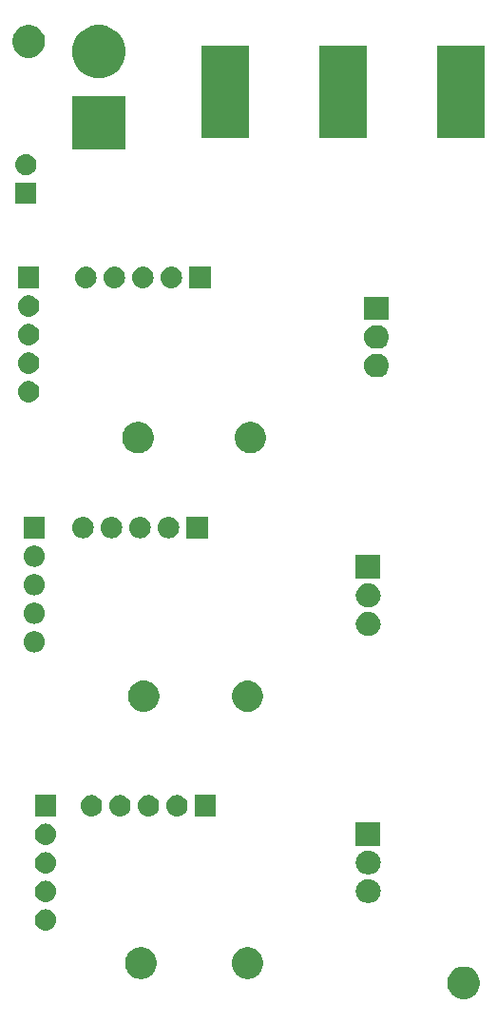
<source format=gbr>
G04 #@! TF.GenerationSoftware,KiCad,Pcbnew,(5.0.1)-3*
G04 #@! TF.CreationDate,2021-04-08T14:22:07+02:00*
G04 #@! TF.ProjectId,MAN_Motor_Drivers,4D414E5F4D6F746F725F447269766572,rev?*
G04 #@! TF.SameCoordinates,Original*
G04 #@! TF.FileFunction,Soldermask,Bot*
G04 #@! TF.FilePolarity,Negative*
%FSLAX46Y46*%
G04 Gerber Fmt 4.6, Leading zero omitted, Abs format (unit mm)*
G04 Created by KiCad (PCBNEW (5.0.1)-3) date 08.04.2021 14:22:07*
%MOMM*%
%LPD*%
G01*
G04 APERTURE LIST*
%ADD10C,0.100000*%
G04 APERTURE END LIST*
D10*
G36*
X177922947Y-104855722D02*
X178186833Y-104965027D01*
X178424324Y-105123713D01*
X178626287Y-105325676D01*
X178784973Y-105563167D01*
X178894278Y-105827053D01*
X178950000Y-106107186D01*
X178950000Y-106392814D01*
X178894278Y-106672947D01*
X178784973Y-106936833D01*
X178626287Y-107174324D01*
X178424324Y-107376287D01*
X178186833Y-107534973D01*
X177922947Y-107644278D01*
X177642814Y-107700000D01*
X177357186Y-107700000D01*
X177077053Y-107644278D01*
X176813167Y-107534973D01*
X176575676Y-107376287D01*
X176373713Y-107174324D01*
X176215027Y-106936833D01*
X176105722Y-106672947D01*
X176050000Y-106392814D01*
X176050000Y-106107186D01*
X176105722Y-105827053D01*
X176215027Y-105563167D01*
X176373713Y-105325676D01*
X176575676Y-105123713D01*
X176813167Y-104965027D01*
X177077053Y-104855722D01*
X177357186Y-104800000D01*
X177642814Y-104800000D01*
X177922947Y-104855722D01*
X177922947Y-104855722D01*
G37*
G36*
X158523127Y-103126901D02*
X158658365Y-103153801D01*
X158913149Y-103259336D01*
X159139397Y-103410511D01*
X159142451Y-103412551D01*
X159337449Y-103607549D01*
X159490665Y-103836853D01*
X159596199Y-104091636D01*
X159650000Y-104362111D01*
X159650000Y-104637889D01*
X159596199Y-104908364D01*
X159490665Y-105163147D01*
X159337449Y-105392451D01*
X159142451Y-105587449D01*
X159142448Y-105587451D01*
X158913149Y-105740664D01*
X158658365Y-105846199D01*
X158523127Y-105873099D01*
X158387889Y-105900000D01*
X158112111Y-105900000D01*
X157976874Y-105873100D01*
X157841635Y-105846199D01*
X157586851Y-105740664D01*
X157357552Y-105587451D01*
X157357549Y-105587449D01*
X157162551Y-105392451D01*
X157009335Y-105163147D01*
X156903801Y-104908364D01*
X156850000Y-104637889D01*
X156850000Y-104362111D01*
X156903801Y-104091636D01*
X157009335Y-103836853D01*
X157162551Y-103607549D01*
X157357549Y-103412551D01*
X157360603Y-103410511D01*
X157586851Y-103259336D01*
X157841635Y-103153801D01*
X157976873Y-103126901D01*
X158112111Y-103100000D01*
X158387889Y-103100000D01*
X158523127Y-103126901D01*
X158523127Y-103126901D01*
G37*
G36*
X149023127Y-103126901D02*
X149158365Y-103153801D01*
X149413149Y-103259336D01*
X149639397Y-103410511D01*
X149642451Y-103412551D01*
X149837449Y-103607549D01*
X149990665Y-103836853D01*
X150096199Y-104091636D01*
X150150000Y-104362111D01*
X150150000Y-104637889D01*
X150096199Y-104908364D01*
X149990665Y-105163147D01*
X149837449Y-105392451D01*
X149642451Y-105587449D01*
X149642448Y-105587451D01*
X149413149Y-105740664D01*
X149158365Y-105846199D01*
X149023127Y-105873099D01*
X148887889Y-105900000D01*
X148612111Y-105900000D01*
X148476874Y-105873100D01*
X148341635Y-105846199D01*
X148086851Y-105740664D01*
X147857552Y-105587451D01*
X147857549Y-105587449D01*
X147662551Y-105392451D01*
X147509335Y-105163147D01*
X147403801Y-104908364D01*
X147350000Y-104637889D01*
X147350000Y-104362111D01*
X147403801Y-104091636D01*
X147509335Y-103836853D01*
X147662551Y-103607549D01*
X147857549Y-103412551D01*
X147860603Y-103410511D01*
X148086851Y-103259336D01*
X148341635Y-103153801D01*
X148476873Y-103126901D01*
X148612111Y-103100000D01*
X148887889Y-103100000D01*
X149023127Y-103126901D01*
X149023127Y-103126901D01*
G37*
G36*
X140436232Y-99723746D02*
X140525770Y-99750907D01*
X140615309Y-99778068D01*
X140780347Y-99866283D01*
X140925001Y-99984999D01*
X141043717Y-100129653D01*
X141131932Y-100294691D01*
X141186254Y-100473769D01*
X141204596Y-100660000D01*
X141186254Y-100846231D01*
X141131932Y-101025309D01*
X141043717Y-101190347D01*
X140925001Y-101335001D01*
X140780347Y-101453717D01*
X140615309Y-101541932D01*
X140525770Y-101569093D01*
X140436232Y-101596254D01*
X140296666Y-101610000D01*
X140203334Y-101610000D01*
X140133552Y-101603127D01*
X140063768Y-101596254D01*
X139974230Y-101569093D01*
X139884691Y-101541932D01*
X139719653Y-101453717D01*
X139574999Y-101335001D01*
X139456283Y-101190347D01*
X139368068Y-101025309D01*
X139313746Y-100846231D01*
X139295404Y-100660000D01*
X139313746Y-100473769D01*
X139368068Y-100294691D01*
X139456283Y-100129653D01*
X139574999Y-99984999D01*
X139719653Y-99866283D01*
X139884691Y-99778068D01*
X139974230Y-99750907D01*
X140063768Y-99723746D01*
X140203334Y-99710000D01*
X140296666Y-99710000D01*
X140436232Y-99723746D01*
X140436232Y-99723746D01*
G37*
G36*
X169130126Y-97030546D02*
X169253826Y-97042729D01*
X169452223Y-97102912D01*
X169635067Y-97200644D01*
X169711048Y-97263000D01*
X169795331Y-97332169D01*
X169864500Y-97416452D01*
X169926856Y-97492433D01*
X170024588Y-97675277D01*
X170084771Y-97873674D01*
X170105092Y-98080000D01*
X170084771Y-98286326D01*
X170024588Y-98484723D01*
X169926856Y-98667567D01*
X169864500Y-98743548D01*
X169795331Y-98827831D01*
X169711048Y-98897000D01*
X169635067Y-98959356D01*
X169452223Y-99057088D01*
X169253826Y-99117271D01*
X169130126Y-99129454D01*
X169099202Y-99132500D01*
X168900798Y-99132500D01*
X168869874Y-99129454D01*
X168746174Y-99117271D01*
X168547777Y-99057088D01*
X168364933Y-98959356D01*
X168288952Y-98897000D01*
X168204669Y-98827831D01*
X168135500Y-98743548D01*
X168073144Y-98667567D01*
X167975412Y-98484723D01*
X167915229Y-98286326D01*
X167894908Y-98080000D01*
X167915229Y-97873674D01*
X167975412Y-97675277D01*
X168073144Y-97492433D01*
X168135500Y-97416452D01*
X168204669Y-97332169D01*
X168288952Y-97263000D01*
X168364933Y-97200644D01*
X168547777Y-97102912D01*
X168746174Y-97042729D01*
X168869874Y-97030546D01*
X168900798Y-97027500D01*
X169099202Y-97027500D01*
X169130126Y-97030546D01*
X169130126Y-97030546D01*
G37*
G36*
X140366448Y-97176873D02*
X140436232Y-97183746D01*
X140491937Y-97200644D01*
X140615309Y-97238068D01*
X140780347Y-97326283D01*
X140925001Y-97444999D01*
X141043717Y-97589653D01*
X141131932Y-97754691D01*
X141131932Y-97754692D01*
X141186254Y-97933768D01*
X141204596Y-98120000D01*
X141188215Y-98286326D01*
X141186254Y-98306231D01*
X141131932Y-98485309D01*
X141043717Y-98650347D01*
X140925001Y-98795001D01*
X140780347Y-98913717D01*
X140615309Y-99001932D01*
X140525770Y-99029093D01*
X140436232Y-99056254D01*
X140296666Y-99070000D01*
X140203334Y-99070000D01*
X140133552Y-99063127D01*
X140063768Y-99056254D01*
X139974230Y-99029093D01*
X139884691Y-99001932D01*
X139719653Y-98913717D01*
X139574999Y-98795001D01*
X139456283Y-98650347D01*
X139368068Y-98485309D01*
X139313746Y-98306231D01*
X139311786Y-98286326D01*
X139295404Y-98120000D01*
X139313746Y-97933768D01*
X139368068Y-97754692D01*
X139368068Y-97754691D01*
X139456283Y-97589653D01*
X139574999Y-97444999D01*
X139719653Y-97326283D01*
X139884691Y-97238068D01*
X140008063Y-97200644D01*
X140063768Y-97183746D01*
X140203334Y-97170000D01*
X140296666Y-97170000D01*
X140366448Y-97176873D01*
X140366448Y-97176873D01*
G37*
G36*
X169130126Y-94490546D02*
X169253826Y-94502729D01*
X169452223Y-94562912D01*
X169635067Y-94660644D01*
X169711048Y-94723000D01*
X169795331Y-94792169D01*
X169864500Y-94876452D01*
X169926856Y-94952433D01*
X170024588Y-95135277D01*
X170084771Y-95333674D01*
X170105092Y-95540000D01*
X170084771Y-95746326D01*
X170024588Y-95944723D01*
X169926856Y-96127567D01*
X169864500Y-96203548D01*
X169795331Y-96287831D01*
X169711048Y-96357000D01*
X169635067Y-96419356D01*
X169452223Y-96517088D01*
X169253826Y-96577271D01*
X169130126Y-96589454D01*
X169099202Y-96592500D01*
X168900798Y-96592500D01*
X168869874Y-96589454D01*
X168746174Y-96577271D01*
X168547777Y-96517088D01*
X168364933Y-96419356D01*
X168288952Y-96357000D01*
X168204669Y-96287831D01*
X168135500Y-96203548D01*
X168073144Y-96127567D01*
X167975412Y-95944723D01*
X167915229Y-95746326D01*
X167894908Y-95540000D01*
X167915229Y-95333674D01*
X167975412Y-95135277D01*
X168073144Y-94952433D01*
X168135500Y-94876452D01*
X168204669Y-94792169D01*
X168288952Y-94723000D01*
X168364933Y-94660644D01*
X168547777Y-94562912D01*
X168746174Y-94502729D01*
X168869874Y-94490546D01*
X168900798Y-94487500D01*
X169099202Y-94487500D01*
X169130126Y-94490546D01*
X169130126Y-94490546D01*
G37*
G36*
X140366448Y-94636873D02*
X140436232Y-94643746D01*
X140491937Y-94660644D01*
X140615309Y-94698068D01*
X140780347Y-94786283D01*
X140925001Y-94904999D01*
X141043717Y-95049653D01*
X141131932Y-95214691D01*
X141131932Y-95214692D01*
X141186254Y-95393768D01*
X141204596Y-95580000D01*
X141188215Y-95746326D01*
X141186254Y-95766231D01*
X141131932Y-95945309D01*
X141043717Y-96110347D01*
X140925001Y-96255001D01*
X140780347Y-96373717D01*
X140615309Y-96461932D01*
X140525770Y-96489093D01*
X140436232Y-96516254D01*
X140366448Y-96523127D01*
X140296666Y-96530000D01*
X140203334Y-96530000D01*
X140133552Y-96523127D01*
X140063768Y-96516254D01*
X139974230Y-96489093D01*
X139884691Y-96461932D01*
X139719653Y-96373717D01*
X139574999Y-96255001D01*
X139456283Y-96110347D01*
X139368068Y-95945309D01*
X139313746Y-95766231D01*
X139311786Y-95746326D01*
X139295404Y-95580000D01*
X139313746Y-95393768D01*
X139368068Y-95214692D01*
X139368068Y-95214691D01*
X139456283Y-95049653D01*
X139574999Y-94904999D01*
X139719653Y-94786283D01*
X139884691Y-94698068D01*
X140008063Y-94660644D01*
X140063768Y-94643746D01*
X140133552Y-94636873D01*
X140203334Y-94630000D01*
X140296666Y-94630000D01*
X140366448Y-94636873D01*
X140366448Y-94636873D01*
G37*
G36*
X170100000Y-94052500D02*
X167900000Y-94052500D01*
X167900000Y-91947500D01*
X170100000Y-91947500D01*
X170100000Y-94052500D01*
X170100000Y-94052500D01*
G37*
G36*
X140366448Y-92096873D02*
X140436232Y-92103746D01*
X140525770Y-92130907D01*
X140615309Y-92158068D01*
X140780347Y-92246283D01*
X140925001Y-92364999D01*
X141043717Y-92509653D01*
X141131932Y-92674691D01*
X141186254Y-92853769D01*
X141204596Y-93040000D01*
X141186254Y-93226231D01*
X141131932Y-93405309D01*
X141043717Y-93570347D01*
X140925001Y-93715001D01*
X140780347Y-93833717D01*
X140615309Y-93921932D01*
X140525770Y-93949093D01*
X140436232Y-93976254D01*
X140366448Y-93983127D01*
X140296666Y-93990000D01*
X140203334Y-93990000D01*
X140063768Y-93976254D01*
X139974230Y-93949093D01*
X139884691Y-93921932D01*
X139719653Y-93833717D01*
X139574999Y-93715001D01*
X139456283Y-93570347D01*
X139368068Y-93405309D01*
X139313746Y-93226231D01*
X139295404Y-93040000D01*
X139313746Y-92853769D01*
X139368068Y-92674691D01*
X139456283Y-92509653D01*
X139574999Y-92364999D01*
X139719653Y-92246283D01*
X139884691Y-92158068D01*
X139974230Y-92130907D01*
X140063768Y-92103746D01*
X140133552Y-92096873D01*
X140203334Y-92090000D01*
X140296666Y-92090000D01*
X140366448Y-92096873D01*
X140366448Y-92096873D01*
G37*
G36*
X155450000Y-91450000D02*
X153550000Y-91450000D01*
X153550000Y-89550000D01*
X155450000Y-89550000D01*
X155450000Y-91450000D01*
X155450000Y-91450000D01*
G37*
G36*
X152076448Y-89556873D02*
X152146232Y-89563746D01*
X152235770Y-89590907D01*
X152325309Y-89618068D01*
X152490347Y-89706283D01*
X152635001Y-89824999D01*
X152753717Y-89969653D01*
X152841932Y-90134691D01*
X152896254Y-90313769D01*
X152914596Y-90500000D01*
X152896254Y-90686231D01*
X152841932Y-90865309D01*
X152753717Y-91030347D01*
X152635001Y-91175001D01*
X152490347Y-91293717D01*
X152325309Y-91381932D01*
X152235770Y-91409093D01*
X152146232Y-91436254D01*
X152076448Y-91443127D01*
X152006666Y-91450000D01*
X151913334Y-91450000D01*
X151773768Y-91436254D01*
X151684230Y-91409093D01*
X151594691Y-91381932D01*
X151429653Y-91293717D01*
X151284999Y-91175001D01*
X151166283Y-91030347D01*
X151078068Y-90865309D01*
X151023746Y-90686231D01*
X151005404Y-90500000D01*
X151023746Y-90313769D01*
X151078068Y-90134691D01*
X151166283Y-89969653D01*
X151284999Y-89824999D01*
X151429653Y-89706283D01*
X151594691Y-89618068D01*
X151684230Y-89590907D01*
X151773768Y-89563746D01*
X151843552Y-89556873D01*
X151913334Y-89550000D01*
X152006666Y-89550000D01*
X152076448Y-89556873D01*
X152076448Y-89556873D01*
G37*
G36*
X149536448Y-89556873D02*
X149606232Y-89563746D01*
X149695770Y-89590907D01*
X149785309Y-89618068D01*
X149950347Y-89706283D01*
X150095001Y-89824999D01*
X150213717Y-89969653D01*
X150301932Y-90134691D01*
X150356254Y-90313769D01*
X150374596Y-90500000D01*
X150356254Y-90686231D01*
X150301932Y-90865309D01*
X150213717Y-91030347D01*
X150095001Y-91175001D01*
X149950347Y-91293717D01*
X149785309Y-91381932D01*
X149695770Y-91409093D01*
X149606232Y-91436254D01*
X149536448Y-91443127D01*
X149466666Y-91450000D01*
X149373334Y-91450000D01*
X149233768Y-91436254D01*
X149144230Y-91409093D01*
X149054691Y-91381932D01*
X148889653Y-91293717D01*
X148744999Y-91175001D01*
X148626283Y-91030347D01*
X148538068Y-90865309D01*
X148483746Y-90686231D01*
X148465404Y-90500000D01*
X148483746Y-90313769D01*
X148538068Y-90134691D01*
X148626283Y-89969653D01*
X148744999Y-89824999D01*
X148889653Y-89706283D01*
X149054691Y-89618068D01*
X149144230Y-89590907D01*
X149233768Y-89563746D01*
X149303552Y-89556873D01*
X149373334Y-89550000D01*
X149466666Y-89550000D01*
X149536448Y-89556873D01*
X149536448Y-89556873D01*
G37*
G36*
X146996448Y-89556873D02*
X147066232Y-89563746D01*
X147155770Y-89590907D01*
X147245309Y-89618068D01*
X147410347Y-89706283D01*
X147555001Y-89824999D01*
X147673717Y-89969653D01*
X147761932Y-90134691D01*
X147816254Y-90313769D01*
X147834596Y-90500000D01*
X147816254Y-90686231D01*
X147761932Y-90865309D01*
X147673717Y-91030347D01*
X147555001Y-91175001D01*
X147410347Y-91293717D01*
X147245309Y-91381932D01*
X147155770Y-91409093D01*
X147066232Y-91436254D01*
X146996448Y-91443127D01*
X146926666Y-91450000D01*
X146833334Y-91450000D01*
X146693768Y-91436254D01*
X146604230Y-91409093D01*
X146514691Y-91381932D01*
X146349653Y-91293717D01*
X146204999Y-91175001D01*
X146086283Y-91030347D01*
X145998068Y-90865309D01*
X145943746Y-90686231D01*
X145925404Y-90500000D01*
X145943746Y-90313769D01*
X145998068Y-90134691D01*
X146086283Y-89969653D01*
X146204999Y-89824999D01*
X146349653Y-89706283D01*
X146514691Y-89618068D01*
X146604230Y-89590907D01*
X146693768Y-89563746D01*
X146763552Y-89556873D01*
X146833334Y-89550000D01*
X146926666Y-89550000D01*
X146996448Y-89556873D01*
X146996448Y-89556873D01*
G37*
G36*
X141200000Y-91450000D02*
X139300000Y-91450000D01*
X139300000Y-89550000D01*
X141200000Y-89550000D01*
X141200000Y-91450000D01*
X141200000Y-91450000D01*
G37*
G36*
X144456448Y-89556873D02*
X144526232Y-89563746D01*
X144615770Y-89590907D01*
X144705309Y-89618068D01*
X144870347Y-89706283D01*
X145015001Y-89824999D01*
X145133717Y-89969653D01*
X145221932Y-90134691D01*
X145276254Y-90313769D01*
X145294596Y-90500000D01*
X145276254Y-90686231D01*
X145221932Y-90865309D01*
X145133717Y-91030347D01*
X145015001Y-91175001D01*
X144870347Y-91293717D01*
X144705309Y-91381932D01*
X144615770Y-91409093D01*
X144526232Y-91436254D01*
X144386666Y-91450000D01*
X144293334Y-91450000D01*
X144153768Y-91436254D01*
X144064230Y-91409093D01*
X143974691Y-91381932D01*
X143809653Y-91293717D01*
X143664999Y-91175001D01*
X143546283Y-91030347D01*
X143458068Y-90865309D01*
X143403746Y-90686231D01*
X143385404Y-90500000D01*
X143403746Y-90313769D01*
X143458068Y-90134691D01*
X143546283Y-89969653D01*
X143664999Y-89824999D01*
X143809653Y-89706283D01*
X143974691Y-89618068D01*
X144064230Y-89590907D01*
X144153768Y-89563746D01*
X144223552Y-89556873D01*
X144293334Y-89550000D01*
X144386666Y-89550000D01*
X144456448Y-89556873D01*
X144456448Y-89556873D01*
G37*
G36*
X158523127Y-79376901D02*
X158658365Y-79403801D01*
X158913149Y-79509336D01*
X159139397Y-79660511D01*
X159142451Y-79662551D01*
X159337449Y-79857549D01*
X159490665Y-80086853D01*
X159596199Y-80341636D01*
X159650000Y-80612111D01*
X159650000Y-80887889D01*
X159596199Y-81158364D01*
X159490665Y-81413147D01*
X159337449Y-81642451D01*
X159142451Y-81837449D01*
X159142448Y-81837451D01*
X158913149Y-81990664D01*
X158658365Y-82096199D01*
X158523127Y-82123099D01*
X158387889Y-82150000D01*
X158112111Y-82150000D01*
X157976874Y-82123100D01*
X157841635Y-82096199D01*
X157586851Y-81990664D01*
X157357552Y-81837451D01*
X157357549Y-81837449D01*
X157162551Y-81642451D01*
X157009335Y-81413147D01*
X156903801Y-81158364D01*
X156850000Y-80887889D01*
X156850000Y-80612111D01*
X156903801Y-80341636D01*
X157009335Y-80086853D01*
X157162551Y-79857549D01*
X157357549Y-79662551D01*
X157360603Y-79660511D01*
X157586851Y-79509336D01*
X157841635Y-79403801D01*
X157976874Y-79376900D01*
X158112111Y-79350000D01*
X158387889Y-79350000D01*
X158523127Y-79376901D01*
X158523127Y-79376901D01*
G37*
G36*
X149273127Y-79376901D02*
X149408365Y-79403801D01*
X149663149Y-79509336D01*
X149889397Y-79660511D01*
X149892451Y-79662551D01*
X150087449Y-79857549D01*
X150240665Y-80086853D01*
X150346199Y-80341636D01*
X150400000Y-80612111D01*
X150400000Y-80887889D01*
X150346199Y-81158364D01*
X150240665Y-81413147D01*
X150087449Y-81642451D01*
X149892451Y-81837449D01*
X149892448Y-81837451D01*
X149663149Y-81990664D01*
X149408365Y-82096199D01*
X149273127Y-82123099D01*
X149137889Y-82150000D01*
X148862111Y-82150000D01*
X148726874Y-82123100D01*
X148591635Y-82096199D01*
X148336851Y-81990664D01*
X148107552Y-81837451D01*
X148107549Y-81837449D01*
X147912551Y-81642451D01*
X147759335Y-81413147D01*
X147653801Y-81158364D01*
X147600000Y-80887889D01*
X147600000Y-80612111D01*
X147653801Y-80341636D01*
X147759335Y-80086853D01*
X147912551Y-79857549D01*
X148107549Y-79662551D01*
X148110603Y-79660511D01*
X148336851Y-79509336D01*
X148591635Y-79403801D01*
X148726874Y-79376900D01*
X148862111Y-79350000D01*
X149137889Y-79350000D01*
X149273127Y-79376901D01*
X149273127Y-79376901D01*
G37*
G36*
X139436232Y-74973746D02*
X139525770Y-75000907D01*
X139615309Y-75028068D01*
X139780347Y-75116283D01*
X139925001Y-75234999D01*
X140043717Y-75379653D01*
X140131932Y-75544691D01*
X140186254Y-75723769D01*
X140204596Y-75910000D01*
X140186254Y-76096231D01*
X140131932Y-76275309D01*
X140043717Y-76440347D01*
X139925001Y-76585001D01*
X139780347Y-76703717D01*
X139615309Y-76791932D01*
X139525770Y-76819093D01*
X139436232Y-76846254D01*
X139366448Y-76853127D01*
X139296666Y-76860000D01*
X139203334Y-76860000D01*
X139133552Y-76853127D01*
X139063768Y-76846254D01*
X138974230Y-76819093D01*
X138884691Y-76791932D01*
X138719653Y-76703717D01*
X138574999Y-76585001D01*
X138456283Y-76440347D01*
X138368068Y-76275309D01*
X138313746Y-76096231D01*
X138295404Y-75910000D01*
X138313746Y-75723769D01*
X138368068Y-75544691D01*
X138456283Y-75379653D01*
X138574999Y-75234999D01*
X138719653Y-75116283D01*
X138884691Y-75028068D01*
X138974230Y-75000907D01*
X139063768Y-74973746D01*
X139203334Y-74960000D01*
X139296666Y-74960000D01*
X139436232Y-74973746D01*
X139436232Y-74973746D01*
G37*
G36*
X169130126Y-73280546D02*
X169253826Y-73292729D01*
X169452223Y-73352912D01*
X169635067Y-73450644D01*
X169711048Y-73513000D01*
X169795331Y-73582169D01*
X169864500Y-73666452D01*
X169926856Y-73742433D01*
X170024588Y-73925277D01*
X170084771Y-74123674D01*
X170105092Y-74330000D01*
X170084771Y-74536326D01*
X170024588Y-74734723D01*
X169926856Y-74917567D01*
X169864500Y-74993548D01*
X169795331Y-75077831D01*
X169711048Y-75147000D01*
X169635067Y-75209356D01*
X169452223Y-75307088D01*
X169253826Y-75367271D01*
X169130126Y-75379454D01*
X169099202Y-75382500D01*
X168900798Y-75382500D01*
X168869874Y-75379454D01*
X168746174Y-75367271D01*
X168547777Y-75307088D01*
X168364933Y-75209356D01*
X168288952Y-75147000D01*
X168204669Y-75077831D01*
X168135500Y-74993548D01*
X168073144Y-74917567D01*
X167975412Y-74734723D01*
X167915229Y-74536326D01*
X167894908Y-74330000D01*
X167915229Y-74123674D01*
X167975412Y-73925277D01*
X168073144Y-73742433D01*
X168135500Y-73666452D01*
X168204669Y-73582169D01*
X168288952Y-73513000D01*
X168364933Y-73450644D01*
X168547777Y-73352912D01*
X168746174Y-73292729D01*
X168869874Y-73280546D01*
X168900798Y-73277500D01*
X169099202Y-73277500D01*
X169130126Y-73280546D01*
X169130126Y-73280546D01*
G37*
G36*
X139436232Y-72433746D02*
X139525770Y-72460907D01*
X139615309Y-72488068D01*
X139780347Y-72576283D01*
X139925001Y-72694999D01*
X140043717Y-72839653D01*
X140131932Y-73004691D01*
X140186254Y-73183769D01*
X140204596Y-73370000D01*
X140186254Y-73556231D01*
X140131932Y-73735309D01*
X140043717Y-73900347D01*
X139925001Y-74045001D01*
X139780347Y-74163717D01*
X139615309Y-74251932D01*
X139525770Y-74279093D01*
X139436232Y-74306254D01*
X139366448Y-74313127D01*
X139296666Y-74320000D01*
X139203334Y-74320000D01*
X139133552Y-74313127D01*
X139063768Y-74306254D01*
X138974230Y-74279093D01*
X138884691Y-74251932D01*
X138719653Y-74163717D01*
X138574999Y-74045001D01*
X138456283Y-73900347D01*
X138368068Y-73735309D01*
X138313746Y-73556231D01*
X138295404Y-73370000D01*
X138313746Y-73183769D01*
X138368068Y-73004691D01*
X138456283Y-72839653D01*
X138574999Y-72694999D01*
X138719653Y-72576283D01*
X138884691Y-72488068D01*
X138974230Y-72460907D01*
X139063768Y-72433746D01*
X139203334Y-72420000D01*
X139296666Y-72420000D01*
X139436232Y-72433746D01*
X139436232Y-72433746D01*
G37*
G36*
X169130126Y-70740546D02*
X169253826Y-70752729D01*
X169452223Y-70812912D01*
X169635067Y-70910644D01*
X169711048Y-70973000D01*
X169795331Y-71042169D01*
X169864500Y-71126452D01*
X169926856Y-71202433D01*
X170024588Y-71385277D01*
X170084771Y-71583674D01*
X170105092Y-71790000D01*
X170084771Y-71996326D01*
X170024588Y-72194723D01*
X169926856Y-72377567D01*
X169864500Y-72453548D01*
X169795331Y-72537831D01*
X169711048Y-72607000D01*
X169635067Y-72669356D01*
X169452223Y-72767088D01*
X169253826Y-72827271D01*
X169130126Y-72839454D01*
X169099202Y-72842500D01*
X168900798Y-72842500D01*
X168869874Y-72839454D01*
X168746174Y-72827271D01*
X168547777Y-72767088D01*
X168364933Y-72669356D01*
X168288952Y-72607000D01*
X168204669Y-72537831D01*
X168135500Y-72453548D01*
X168073144Y-72377567D01*
X167975412Y-72194723D01*
X167915229Y-71996326D01*
X167894908Y-71790000D01*
X167915229Y-71583674D01*
X167975412Y-71385277D01*
X168073144Y-71202433D01*
X168135500Y-71126452D01*
X168204669Y-71042169D01*
X168288952Y-70973000D01*
X168364933Y-70910644D01*
X168547777Y-70812912D01*
X168746174Y-70752729D01*
X168869874Y-70740546D01*
X168900798Y-70737500D01*
X169099202Y-70737500D01*
X169130126Y-70740546D01*
X169130126Y-70740546D01*
G37*
G36*
X139366448Y-69886873D02*
X139436232Y-69893746D01*
X139525770Y-69920907D01*
X139615309Y-69948068D01*
X139780347Y-70036283D01*
X139925001Y-70154999D01*
X140043717Y-70299653D01*
X140131932Y-70464691D01*
X140186254Y-70643769D01*
X140204596Y-70830000D01*
X140186254Y-71016231D01*
X140131932Y-71195309D01*
X140043717Y-71360347D01*
X139925001Y-71505001D01*
X139780347Y-71623717D01*
X139615309Y-71711932D01*
X139525770Y-71739093D01*
X139436232Y-71766254D01*
X139366448Y-71773127D01*
X139296666Y-71780000D01*
X139203334Y-71780000D01*
X139133552Y-71773127D01*
X139063768Y-71766254D01*
X138974230Y-71739093D01*
X138884691Y-71711932D01*
X138719653Y-71623717D01*
X138574999Y-71505001D01*
X138456283Y-71360347D01*
X138368068Y-71195309D01*
X138313746Y-71016231D01*
X138295404Y-70830000D01*
X138313746Y-70643769D01*
X138368068Y-70464691D01*
X138456283Y-70299653D01*
X138574999Y-70154999D01*
X138719653Y-70036283D01*
X138884691Y-69948068D01*
X138974230Y-69920907D01*
X139063768Y-69893746D01*
X139133552Y-69886873D01*
X139203334Y-69880000D01*
X139296666Y-69880000D01*
X139366448Y-69886873D01*
X139366448Y-69886873D01*
G37*
G36*
X170100000Y-70302500D02*
X167900000Y-70302500D01*
X167900000Y-68197500D01*
X170100000Y-68197500D01*
X170100000Y-70302500D01*
X170100000Y-70302500D01*
G37*
G36*
X139366448Y-67346873D02*
X139436232Y-67353746D01*
X139525770Y-67380907D01*
X139615309Y-67408068D01*
X139780347Y-67496283D01*
X139925001Y-67614999D01*
X140043717Y-67759653D01*
X140131932Y-67924691D01*
X140186254Y-68103769D01*
X140204596Y-68290000D01*
X140186254Y-68476231D01*
X140131932Y-68655309D01*
X140043717Y-68820347D01*
X139925001Y-68965001D01*
X139780347Y-69083717D01*
X139615309Y-69171932D01*
X139525770Y-69199093D01*
X139436232Y-69226254D01*
X139296666Y-69240000D01*
X139203334Y-69240000D01*
X139063768Y-69226254D01*
X138974230Y-69199093D01*
X138884691Y-69171932D01*
X138719653Y-69083717D01*
X138574999Y-68965001D01*
X138456283Y-68820347D01*
X138368068Y-68655309D01*
X138313746Y-68476231D01*
X138295404Y-68290000D01*
X138313746Y-68103769D01*
X138368068Y-67924691D01*
X138456283Y-67759653D01*
X138574999Y-67614999D01*
X138719653Y-67496283D01*
X138884691Y-67408068D01*
X138974230Y-67380907D01*
X139063768Y-67353746D01*
X139133552Y-67346873D01*
X139203334Y-67340000D01*
X139296666Y-67340000D01*
X139366448Y-67346873D01*
X139366448Y-67346873D01*
G37*
G36*
X146246448Y-64806873D02*
X146316232Y-64813746D01*
X146405770Y-64840907D01*
X146495309Y-64868068D01*
X146660347Y-64956283D01*
X146805001Y-65074999D01*
X146923717Y-65219653D01*
X147011932Y-65384691D01*
X147066254Y-65563769D01*
X147084596Y-65750000D01*
X147066254Y-65936231D01*
X147011932Y-66115309D01*
X146923717Y-66280347D01*
X146805001Y-66425001D01*
X146660347Y-66543717D01*
X146495309Y-66631932D01*
X146405770Y-66659093D01*
X146316232Y-66686254D01*
X146176666Y-66700000D01*
X146083334Y-66700000D01*
X145943768Y-66686254D01*
X145854230Y-66659093D01*
X145764691Y-66631932D01*
X145599653Y-66543717D01*
X145454999Y-66425001D01*
X145336283Y-66280347D01*
X145248068Y-66115309D01*
X145193746Y-65936231D01*
X145175404Y-65750000D01*
X145193746Y-65563769D01*
X145248068Y-65384691D01*
X145336283Y-65219653D01*
X145454999Y-65074999D01*
X145599653Y-64956283D01*
X145764691Y-64868068D01*
X145854230Y-64840907D01*
X145943768Y-64813746D01*
X146013552Y-64806873D01*
X146083334Y-64800000D01*
X146176666Y-64800000D01*
X146246448Y-64806873D01*
X146246448Y-64806873D01*
G37*
G36*
X143706448Y-64806873D02*
X143776232Y-64813746D01*
X143865770Y-64840907D01*
X143955309Y-64868068D01*
X144120347Y-64956283D01*
X144265001Y-65074999D01*
X144383717Y-65219653D01*
X144471932Y-65384691D01*
X144526254Y-65563769D01*
X144544596Y-65750000D01*
X144526254Y-65936231D01*
X144471932Y-66115309D01*
X144383717Y-66280347D01*
X144265001Y-66425001D01*
X144120347Y-66543717D01*
X143955309Y-66631932D01*
X143865770Y-66659093D01*
X143776232Y-66686254D01*
X143636666Y-66700000D01*
X143543334Y-66700000D01*
X143403768Y-66686254D01*
X143314230Y-66659093D01*
X143224691Y-66631932D01*
X143059653Y-66543717D01*
X142914999Y-66425001D01*
X142796283Y-66280347D01*
X142708068Y-66115309D01*
X142653746Y-65936231D01*
X142635404Y-65750000D01*
X142653746Y-65563769D01*
X142708068Y-65384691D01*
X142796283Y-65219653D01*
X142914999Y-65074999D01*
X143059653Y-64956283D01*
X143224691Y-64868068D01*
X143314230Y-64840907D01*
X143403768Y-64813746D01*
X143473552Y-64806873D01*
X143543334Y-64800000D01*
X143636666Y-64800000D01*
X143706448Y-64806873D01*
X143706448Y-64806873D01*
G37*
G36*
X151326448Y-64806873D02*
X151396232Y-64813746D01*
X151485770Y-64840907D01*
X151575309Y-64868068D01*
X151740347Y-64956283D01*
X151885001Y-65074999D01*
X152003717Y-65219653D01*
X152091932Y-65384691D01*
X152146254Y-65563769D01*
X152164596Y-65750000D01*
X152146254Y-65936231D01*
X152091932Y-66115309D01*
X152003717Y-66280347D01*
X151885001Y-66425001D01*
X151740347Y-66543717D01*
X151575309Y-66631932D01*
X151485770Y-66659093D01*
X151396232Y-66686254D01*
X151256666Y-66700000D01*
X151163334Y-66700000D01*
X151023768Y-66686254D01*
X150934230Y-66659093D01*
X150844691Y-66631932D01*
X150679653Y-66543717D01*
X150534999Y-66425001D01*
X150416283Y-66280347D01*
X150328068Y-66115309D01*
X150273746Y-65936231D01*
X150255404Y-65750000D01*
X150273746Y-65563769D01*
X150328068Y-65384691D01*
X150416283Y-65219653D01*
X150534999Y-65074999D01*
X150679653Y-64956283D01*
X150844691Y-64868068D01*
X150934230Y-64840907D01*
X151023768Y-64813746D01*
X151093552Y-64806873D01*
X151163334Y-64800000D01*
X151256666Y-64800000D01*
X151326448Y-64806873D01*
X151326448Y-64806873D01*
G37*
G36*
X154700000Y-66700000D02*
X152800000Y-66700000D01*
X152800000Y-64800000D01*
X154700000Y-64800000D01*
X154700000Y-66700000D01*
X154700000Y-66700000D01*
G37*
G36*
X140200000Y-66700000D02*
X138300000Y-66700000D01*
X138300000Y-64800000D01*
X140200000Y-64800000D01*
X140200000Y-66700000D01*
X140200000Y-66700000D01*
G37*
G36*
X148786448Y-64806873D02*
X148856232Y-64813746D01*
X148945770Y-64840907D01*
X149035309Y-64868068D01*
X149200347Y-64956283D01*
X149345001Y-65074999D01*
X149463717Y-65219653D01*
X149551932Y-65384691D01*
X149606254Y-65563769D01*
X149624596Y-65750000D01*
X149606254Y-65936231D01*
X149551932Y-66115309D01*
X149463717Y-66280347D01*
X149345001Y-66425001D01*
X149200347Y-66543717D01*
X149035309Y-66631932D01*
X148945770Y-66659093D01*
X148856232Y-66686254D01*
X148716666Y-66700000D01*
X148623334Y-66700000D01*
X148483768Y-66686254D01*
X148394230Y-66659093D01*
X148304691Y-66631932D01*
X148139653Y-66543717D01*
X147994999Y-66425001D01*
X147876283Y-66280347D01*
X147788068Y-66115309D01*
X147733746Y-65936231D01*
X147715404Y-65750000D01*
X147733746Y-65563769D01*
X147788068Y-65384691D01*
X147876283Y-65219653D01*
X147994999Y-65074999D01*
X148139653Y-64956283D01*
X148304691Y-64868068D01*
X148394230Y-64840907D01*
X148483768Y-64813746D01*
X148553552Y-64806873D01*
X148623334Y-64800000D01*
X148716666Y-64800000D01*
X148786448Y-64806873D01*
X148786448Y-64806873D01*
G37*
G36*
X158773127Y-56376901D02*
X158908365Y-56403801D01*
X159163149Y-56509336D01*
X159389397Y-56660511D01*
X159392451Y-56662551D01*
X159587449Y-56857549D01*
X159740665Y-57086853D01*
X159846199Y-57341636D01*
X159900000Y-57612111D01*
X159900000Y-57887889D01*
X159846199Y-58158364D01*
X159740665Y-58413147D01*
X159587449Y-58642451D01*
X159392451Y-58837449D01*
X159392448Y-58837451D01*
X159163149Y-58990664D01*
X158908365Y-59096199D01*
X158773126Y-59123100D01*
X158637889Y-59150000D01*
X158362111Y-59150000D01*
X158226874Y-59123100D01*
X158091635Y-59096199D01*
X157836851Y-58990664D01*
X157607552Y-58837451D01*
X157607549Y-58837449D01*
X157412551Y-58642451D01*
X157259335Y-58413147D01*
X157153801Y-58158364D01*
X157100000Y-57887889D01*
X157100000Y-57612111D01*
X157153801Y-57341636D01*
X157259335Y-57086853D01*
X157412551Y-56857549D01*
X157607549Y-56662551D01*
X157610603Y-56660511D01*
X157836851Y-56509336D01*
X158091635Y-56403801D01*
X158226873Y-56376901D01*
X158362111Y-56350000D01*
X158637889Y-56350000D01*
X158773127Y-56376901D01*
X158773127Y-56376901D01*
G37*
G36*
X148773127Y-56376901D02*
X148908365Y-56403801D01*
X149163149Y-56509336D01*
X149389397Y-56660511D01*
X149392451Y-56662551D01*
X149587449Y-56857549D01*
X149740665Y-57086853D01*
X149846199Y-57341636D01*
X149900000Y-57612111D01*
X149900000Y-57887889D01*
X149846199Y-58158364D01*
X149740665Y-58413147D01*
X149587449Y-58642451D01*
X149392451Y-58837449D01*
X149392448Y-58837451D01*
X149163149Y-58990664D01*
X148908365Y-59096199D01*
X148773126Y-59123100D01*
X148637889Y-59150000D01*
X148362111Y-59150000D01*
X148226874Y-59123100D01*
X148091635Y-59096199D01*
X147836851Y-58990664D01*
X147607552Y-58837451D01*
X147607549Y-58837449D01*
X147412551Y-58642451D01*
X147259335Y-58413147D01*
X147153801Y-58158364D01*
X147100000Y-57887889D01*
X147100000Y-57612111D01*
X147153801Y-57341636D01*
X147259335Y-57086853D01*
X147412551Y-56857549D01*
X147607549Y-56662551D01*
X147610603Y-56660511D01*
X147836851Y-56509336D01*
X148091635Y-56403801D01*
X148226873Y-56376901D01*
X148362111Y-56350000D01*
X148637889Y-56350000D01*
X148773127Y-56376901D01*
X148773127Y-56376901D01*
G37*
G36*
X138866448Y-52716873D02*
X138936232Y-52723746D01*
X139025770Y-52750907D01*
X139115309Y-52778068D01*
X139280347Y-52866283D01*
X139425001Y-52984999D01*
X139543717Y-53129653D01*
X139631932Y-53294691D01*
X139686254Y-53473769D01*
X139704596Y-53660000D01*
X139686254Y-53846231D01*
X139631932Y-54025309D01*
X139543717Y-54190347D01*
X139425001Y-54335001D01*
X139280347Y-54453717D01*
X139115309Y-54541932D01*
X139025770Y-54569093D01*
X138936232Y-54596254D01*
X138796666Y-54610000D01*
X138703334Y-54610000D01*
X138563768Y-54596254D01*
X138474230Y-54569093D01*
X138384691Y-54541932D01*
X138219653Y-54453717D01*
X138074999Y-54335001D01*
X137956283Y-54190347D01*
X137868068Y-54025309D01*
X137813746Y-53846231D01*
X137795404Y-53660000D01*
X137813746Y-53473769D01*
X137868068Y-53294691D01*
X137956283Y-53129653D01*
X138074999Y-52984999D01*
X138219653Y-52866283D01*
X138384691Y-52778068D01*
X138474230Y-52750907D01*
X138563768Y-52723746D01*
X138633552Y-52716873D01*
X138703334Y-52710000D01*
X138796666Y-52710000D01*
X138866448Y-52716873D01*
X138866448Y-52716873D01*
G37*
G36*
X169880126Y-50280546D02*
X170003826Y-50292729D01*
X170202223Y-50352912D01*
X170385067Y-50450644D01*
X170461048Y-50513000D01*
X170545331Y-50582169D01*
X170614500Y-50666452D01*
X170676856Y-50742433D01*
X170774588Y-50925277D01*
X170834771Y-51123674D01*
X170855092Y-51330000D01*
X170834771Y-51536326D01*
X170774588Y-51734723D01*
X170676856Y-51917567D01*
X170614500Y-51993548D01*
X170545331Y-52077831D01*
X170461048Y-52147000D01*
X170385067Y-52209356D01*
X170202223Y-52307088D01*
X170003826Y-52367271D01*
X169880126Y-52379454D01*
X169849202Y-52382500D01*
X169650798Y-52382500D01*
X169619874Y-52379454D01*
X169496174Y-52367271D01*
X169297777Y-52307088D01*
X169114933Y-52209356D01*
X169038952Y-52147000D01*
X168954669Y-52077831D01*
X168885500Y-51993548D01*
X168823144Y-51917567D01*
X168725412Y-51734723D01*
X168665229Y-51536326D01*
X168644908Y-51330000D01*
X168665229Y-51123674D01*
X168725412Y-50925277D01*
X168823144Y-50742433D01*
X168885500Y-50666452D01*
X168954669Y-50582169D01*
X169038952Y-50513000D01*
X169114933Y-50450644D01*
X169297777Y-50352912D01*
X169496174Y-50292729D01*
X169619874Y-50280546D01*
X169650798Y-50277500D01*
X169849202Y-50277500D01*
X169880126Y-50280546D01*
X169880126Y-50280546D01*
G37*
G36*
X138866448Y-50176873D02*
X138936232Y-50183746D01*
X139025770Y-50210907D01*
X139115309Y-50238068D01*
X139280347Y-50326283D01*
X139425001Y-50444999D01*
X139543717Y-50589653D01*
X139631932Y-50754691D01*
X139631932Y-50754692D01*
X139683678Y-50925275D01*
X139686254Y-50933769D01*
X139704596Y-51120000D01*
X139686254Y-51306231D01*
X139631932Y-51485309D01*
X139543717Y-51650347D01*
X139425001Y-51795001D01*
X139280347Y-51913717D01*
X139115309Y-52001932D01*
X139025770Y-52029093D01*
X138936232Y-52056254D01*
X138796666Y-52070000D01*
X138703334Y-52070000D01*
X138633552Y-52063127D01*
X138563768Y-52056254D01*
X138474230Y-52029093D01*
X138384691Y-52001932D01*
X138219653Y-51913717D01*
X138074999Y-51795001D01*
X137956283Y-51650347D01*
X137868068Y-51485309D01*
X137813746Y-51306231D01*
X137795404Y-51120000D01*
X137813746Y-50933769D01*
X137816323Y-50925275D01*
X137868068Y-50754692D01*
X137868068Y-50754691D01*
X137956283Y-50589653D01*
X138074999Y-50444999D01*
X138219653Y-50326283D01*
X138384691Y-50238068D01*
X138474230Y-50210907D01*
X138563768Y-50183746D01*
X138703334Y-50170000D01*
X138796666Y-50170000D01*
X138866448Y-50176873D01*
X138866448Y-50176873D01*
G37*
G36*
X169880126Y-47740546D02*
X170003826Y-47752729D01*
X170202223Y-47812912D01*
X170385067Y-47910644D01*
X170461048Y-47973000D01*
X170545331Y-48042169D01*
X170614500Y-48126452D01*
X170676856Y-48202433D01*
X170774588Y-48385277D01*
X170834771Y-48583674D01*
X170855092Y-48790000D01*
X170834771Y-48996326D01*
X170774588Y-49194723D01*
X170676856Y-49377567D01*
X170614500Y-49453548D01*
X170545331Y-49537831D01*
X170461048Y-49607000D01*
X170385067Y-49669356D01*
X170202223Y-49767088D01*
X170003826Y-49827271D01*
X169880126Y-49839454D01*
X169849202Y-49842500D01*
X169650798Y-49842500D01*
X169619874Y-49839454D01*
X169496174Y-49827271D01*
X169297777Y-49767088D01*
X169114933Y-49669356D01*
X169038952Y-49607000D01*
X168954669Y-49537831D01*
X168885500Y-49453548D01*
X168823144Y-49377567D01*
X168725412Y-49194723D01*
X168665229Y-48996326D01*
X168644908Y-48790000D01*
X168665229Y-48583674D01*
X168725412Y-48385277D01*
X168823144Y-48202433D01*
X168885500Y-48126452D01*
X168954669Y-48042169D01*
X169038952Y-47973000D01*
X169114933Y-47910644D01*
X169297777Y-47812912D01*
X169496174Y-47752729D01*
X169619874Y-47740546D01*
X169650798Y-47737500D01*
X169849202Y-47737500D01*
X169880126Y-47740546D01*
X169880126Y-47740546D01*
G37*
G36*
X138936232Y-47643746D02*
X139025770Y-47670907D01*
X139115309Y-47698068D01*
X139280347Y-47786283D01*
X139425001Y-47904999D01*
X139543717Y-48049653D01*
X139631932Y-48214691D01*
X139631932Y-48214692D01*
X139683678Y-48385275D01*
X139686254Y-48393769D01*
X139704596Y-48580000D01*
X139686254Y-48766231D01*
X139631932Y-48945309D01*
X139543717Y-49110347D01*
X139425001Y-49255001D01*
X139280347Y-49373717D01*
X139115309Y-49461932D01*
X139025770Y-49489093D01*
X138936232Y-49516254D01*
X138866448Y-49523127D01*
X138796666Y-49530000D01*
X138703334Y-49530000D01*
X138633552Y-49523127D01*
X138563768Y-49516254D01*
X138474230Y-49489093D01*
X138384691Y-49461932D01*
X138219653Y-49373717D01*
X138074999Y-49255001D01*
X137956283Y-49110347D01*
X137868068Y-48945309D01*
X137813746Y-48766231D01*
X137795404Y-48580000D01*
X137813746Y-48393769D01*
X137816323Y-48385275D01*
X137868068Y-48214692D01*
X137868068Y-48214691D01*
X137956283Y-48049653D01*
X138074999Y-47904999D01*
X138219653Y-47786283D01*
X138384691Y-47698068D01*
X138474230Y-47670907D01*
X138563768Y-47643746D01*
X138633552Y-47636873D01*
X138703334Y-47630000D01*
X138796666Y-47630000D01*
X138936232Y-47643746D01*
X138936232Y-47643746D01*
G37*
G36*
X170850000Y-47302500D02*
X168650000Y-47302500D01*
X168650000Y-45197500D01*
X170850000Y-45197500D01*
X170850000Y-47302500D01*
X170850000Y-47302500D01*
G37*
G36*
X138936232Y-45103746D02*
X139025770Y-45130907D01*
X139115309Y-45158068D01*
X139280347Y-45246283D01*
X139425001Y-45364999D01*
X139543717Y-45509653D01*
X139631932Y-45674691D01*
X139686254Y-45853769D01*
X139704596Y-46040000D01*
X139686254Y-46226231D01*
X139631932Y-46405309D01*
X139543717Y-46570347D01*
X139425001Y-46715001D01*
X139280347Y-46833717D01*
X139115309Y-46921932D01*
X139025770Y-46949093D01*
X138936232Y-46976254D01*
X138866448Y-46983127D01*
X138796666Y-46990000D01*
X138703334Y-46990000D01*
X138563768Y-46976254D01*
X138474230Y-46949093D01*
X138384691Y-46921932D01*
X138219653Y-46833717D01*
X138074999Y-46715001D01*
X137956283Y-46570347D01*
X137868068Y-46405309D01*
X137813746Y-46226231D01*
X137795404Y-46040000D01*
X137813746Y-45853769D01*
X137868068Y-45674691D01*
X137956283Y-45509653D01*
X138074999Y-45364999D01*
X138219653Y-45246283D01*
X138384691Y-45158068D01*
X138474230Y-45130907D01*
X138563768Y-45103746D01*
X138703334Y-45090000D01*
X138796666Y-45090000D01*
X138936232Y-45103746D01*
X138936232Y-45103746D01*
G37*
G36*
X144026232Y-42563746D02*
X144115770Y-42590907D01*
X144205309Y-42618068D01*
X144370347Y-42706283D01*
X144515001Y-42824999D01*
X144633717Y-42969653D01*
X144721932Y-43134691D01*
X144776254Y-43313769D01*
X144794596Y-43500000D01*
X144776254Y-43686231D01*
X144721932Y-43865309D01*
X144633717Y-44030347D01*
X144515001Y-44175001D01*
X144370347Y-44293717D01*
X144205309Y-44381932D01*
X144115770Y-44409093D01*
X144026232Y-44436254D01*
X143886666Y-44450000D01*
X143793334Y-44450000D01*
X143653768Y-44436254D01*
X143564230Y-44409093D01*
X143474691Y-44381932D01*
X143309653Y-44293717D01*
X143164999Y-44175001D01*
X143046283Y-44030347D01*
X142958068Y-43865309D01*
X142903746Y-43686231D01*
X142885404Y-43500000D01*
X142903746Y-43313769D01*
X142958068Y-43134691D01*
X143046283Y-42969653D01*
X143164999Y-42824999D01*
X143309653Y-42706283D01*
X143474691Y-42618068D01*
X143564230Y-42590907D01*
X143653768Y-42563746D01*
X143723552Y-42556873D01*
X143793334Y-42550000D01*
X143886666Y-42550000D01*
X144026232Y-42563746D01*
X144026232Y-42563746D01*
G37*
G36*
X151646232Y-42563746D02*
X151735770Y-42590907D01*
X151825309Y-42618068D01*
X151990347Y-42706283D01*
X152135001Y-42824999D01*
X152253717Y-42969653D01*
X152341932Y-43134691D01*
X152396254Y-43313769D01*
X152414596Y-43500000D01*
X152396254Y-43686231D01*
X152341932Y-43865309D01*
X152253717Y-44030347D01*
X152135001Y-44175001D01*
X151990347Y-44293717D01*
X151825309Y-44381932D01*
X151735770Y-44409093D01*
X151646232Y-44436254D01*
X151506666Y-44450000D01*
X151413334Y-44450000D01*
X151273768Y-44436254D01*
X151184230Y-44409093D01*
X151094691Y-44381932D01*
X150929653Y-44293717D01*
X150784999Y-44175001D01*
X150666283Y-44030347D01*
X150578068Y-43865309D01*
X150523746Y-43686231D01*
X150505404Y-43500000D01*
X150523746Y-43313769D01*
X150578068Y-43134691D01*
X150666283Y-42969653D01*
X150784999Y-42824999D01*
X150929653Y-42706283D01*
X151094691Y-42618068D01*
X151184230Y-42590907D01*
X151273768Y-42563746D01*
X151343552Y-42556873D01*
X151413334Y-42550000D01*
X151506666Y-42550000D01*
X151646232Y-42563746D01*
X151646232Y-42563746D01*
G37*
G36*
X149106232Y-42563746D02*
X149195770Y-42590907D01*
X149285309Y-42618068D01*
X149450347Y-42706283D01*
X149595001Y-42824999D01*
X149713717Y-42969653D01*
X149801932Y-43134691D01*
X149856254Y-43313769D01*
X149874596Y-43500000D01*
X149856254Y-43686231D01*
X149801932Y-43865309D01*
X149713717Y-44030347D01*
X149595001Y-44175001D01*
X149450347Y-44293717D01*
X149285309Y-44381932D01*
X149195770Y-44409093D01*
X149106232Y-44436254D01*
X148966666Y-44450000D01*
X148873334Y-44450000D01*
X148733768Y-44436254D01*
X148644230Y-44409093D01*
X148554691Y-44381932D01*
X148389653Y-44293717D01*
X148244999Y-44175001D01*
X148126283Y-44030347D01*
X148038068Y-43865309D01*
X147983746Y-43686231D01*
X147965404Y-43500000D01*
X147983746Y-43313769D01*
X148038068Y-43134691D01*
X148126283Y-42969653D01*
X148244999Y-42824999D01*
X148389653Y-42706283D01*
X148554691Y-42618068D01*
X148644230Y-42590907D01*
X148733768Y-42563746D01*
X148803552Y-42556873D01*
X148873334Y-42550000D01*
X148966666Y-42550000D01*
X149106232Y-42563746D01*
X149106232Y-42563746D01*
G37*
G36*
X146566232Y-42563746D02*
X146655770Y-42590907D01*
X146745309Y-42618068D01*
X146910347Y-42706283D01*
X147055001Y-42824999D01*
X147173717Y-42969653D01*
X147261932Y-43134691D01*
X147316254Y-43313769D01*
X147334596Y-43500000D01*
X147316254Y-43686231D01*
X147261932Y-43865309D01*
X147173717Y-44030347D01*
X147055001Y-44175001D01*
X146910347Y-44293717D01*
X146745309Y-44381932D01*
X146655770Y-44409093D01*
X146566232Y-44436254D01*
X146426666Y-44450000D01*
X146333334Y-44450000D01*
X146193768Y-44436254D01*
X146104230Y-44409093D01*
X146014691Y-44381932D01*
X145849653Y-44293717D01*
X145704999Y-44175001D01*
X145586283Y-44030347D01*
X145498068Y-43865309D01*
X145443746Y-43686231D01*
X145425404Y-43500000D01*
X145443746Y-43313769D01*
X145498068Y-43134691D01*
X145586283Y-42969653D01*
X145704999Y-42824999D01*
X145849653Y-42706283D01*
X146014691Y-42618068D01*
X146104230Y-42590907D01*
X146193768Y-42563746D01*
X146263552Y-42556873D01*
X146333334Y-42550000D01*
X146426666Y-42550000D01*
X146566232Y-42563746D01*
X146566232Y-42563746D01*
G37*
G36*
X139700000Y-44450000D02*
X137800000Y-44450000D01*
X137800000Y-42550000D01*
X139700000Y-42550000D01*
X139700000Y-44450000D01*
X139700000Y-44450000D01*
G37*
G36*
X154950000Y-44450000D02*
X153050000Y-44450000D01*
X153050000Y-42550000D01*
X154950000Y-42550000D01*
X154950000Y-44450000D01*
X154950000Y-44450000D01*
G37*
G36*
X139450000Y-36950000D02*
X137550000Y-36950000D01*
X137550000Y-35050000D01*
X139450000Y-35050000D01*
X139450000Y-36950000D01*
X139450000Y-36950000D01*
G37*
G36*
X138686232Y-32523746D02*
X138775770Y-32550907D01*
X138865309Y-32578068D01*
X139030347Y-32666283D01*
X139175001Y-32784999D01*
X139293717Y-32929653D01*
X139381932Y-33094691D01*
X139436254Y-33273769D01*
X139454596Y-33460000D01*
X139436254Y-33646231D01*
X139381932Y-33825309D01*
X139293717Y-33990347D01*
X139175001Y-34135001D01*
X139030347Y-34253717D01*
X138865309Y-34341932D01*
X138775770Y-34369093D01*
X138686232Y-34396254D01*
X138546666Y-34410000D01*
X138453334Y-34410000D01*
X138313768Y-34396254D01*
X138224230Y-34369093D01*
X138134691Y-34341932D01*
X137969653Y-34253717D01*
X137824999Y-34135001D01*
X137706283Y-33990347D01*
X137618068Y-33825309D01*
X137563746Y-33646231D01*
X137545404Y-33460000D01*
X137563746Y-33273769D01*
X137618068Y-33094691D01*
X137706283Y-32929653D01*
X137824999Y-32784999D01*
X137969653Y-32666283D01*
X138134691Y-32578068D01*
X138224230Y-32550907D01*
X138313768Y-32523746D01*
X138453334Y-32510000D01*
X138546666Y-32510000D01*
X138686232Y-32523746D01*
X138686232Y-32523746D01*
G37*
G36*
X147350440Y-32100440D02*
X142649560Y-32100440D01*
X142649560Y-27399560D01*
X147350440Y-27399560D01*
X147350440Y-32100440D01*
X147350440Y-32100440D01*
G37*
G36*
X179350000Y-31100000D02*
X175150000Y-31100000D01*
X175150000Y-22900000D01*
X179350000Y-22900000D01*
X179350000Y-31100000D01*
X179350000Y-31100000D01*
G37*
G36*
X168850000Y-31100000D02*
X164650000Y-31100000D01*
X164650000Y-22900000D01*
X168850000Y-22900000D01*
X168850000Y-31100000D01*
X168850000Y-31100000D01*
G37*
G36*
X158350000Y-31100000D02*
X154150000Y-31100000D01*
X154150000Y-22900000D01*
X158350000Y-22900000D01*
X158350000Y-31100000D01*
X158350000Y-31100000D01*
G37*
G36*
X145685597Y-21139885D02*
X146113350Y-21317066D01*
X146498321Y-21574296D01*
X146825704Y-21901679D01*
X147082934Y-22286650D01*
X147260115Y-22714403D01*
X147350440Y-23168500D01*
X147350440Y-23631500D01*
X147260115Y-24085597D01*
X147082934Y-24513350D01*
X146825704Y-24898321D01*
X146498321Y-25225704D01*
X146113350Y-25482934D01*
X145685597Y-25660115D01*
X145231500Y-25750440D01*
X144768500Y-25750440D01*
X144314403Y-25660115D01*
X143886650Y-25482934D01*
X143501679Y-25225704D01*
X143174296Y-24898321D01*
X142917066Y-24513350D01*
X142739885Y-24085597D01*
X142649560Y-23631500D01*
X142649560Y-23168500D01*
X142739885Y-22714403D01*
X142917066Y-22286650D01*
X143174296Y-21901679D01*
X143501679Y-21574296D01*
X143886650Y-21317066D01*
X144314403Y-21139885D01*
X144768500Y-21049560D01*
X145231500Y-21049560D01*
X145685597Y-21139885D01*
X145685597Y-21139885D01*
G37*
G36*
X139172947Y-21105722D02*
X139436833Y-21215027D01*
X139674324Y-21373713D01*
X139876287Y-21575676D01*
X140034973Y-21813167D01*
X140144278Y-22077053D01*
X140200000Y-22357186D01*
X140200000Y-22642814D01*
X140144278Y-22922947D01*
X140034973Y-23186833D01*
X139876287Y-23424324D01*
X139674324Y-23626287D01*
X139436833Y-23784973D01*
X139172947Y-23894278D01*
X138892814Y-23950000D01*
X138607186Y-23950000D01*
X138327053Y-23894278D01*
X138063167Y-23784973D01*
X137825676Y-23626287D01*
X137623713Y-23424324D01*
X137465027Y-23186833D01*
X137355722Y-22922947D01*
X137300000Y-22642814D01*
X137300000Y-22357186D01*
X137355722Y-22077053D01*
X137465027Y-21813167D01*
X137623713Y-21575676D01*
X137825676Y-21373713D01*
X138063167Y-21215027D01*
X138327053Y-21105722D01*
X138607186Y-21050000D01*
X138892814Y-21050000D01*
X139172947Y-21105722D01*
X139172947Y-21105722D01*
G37*
M02*

</source>
